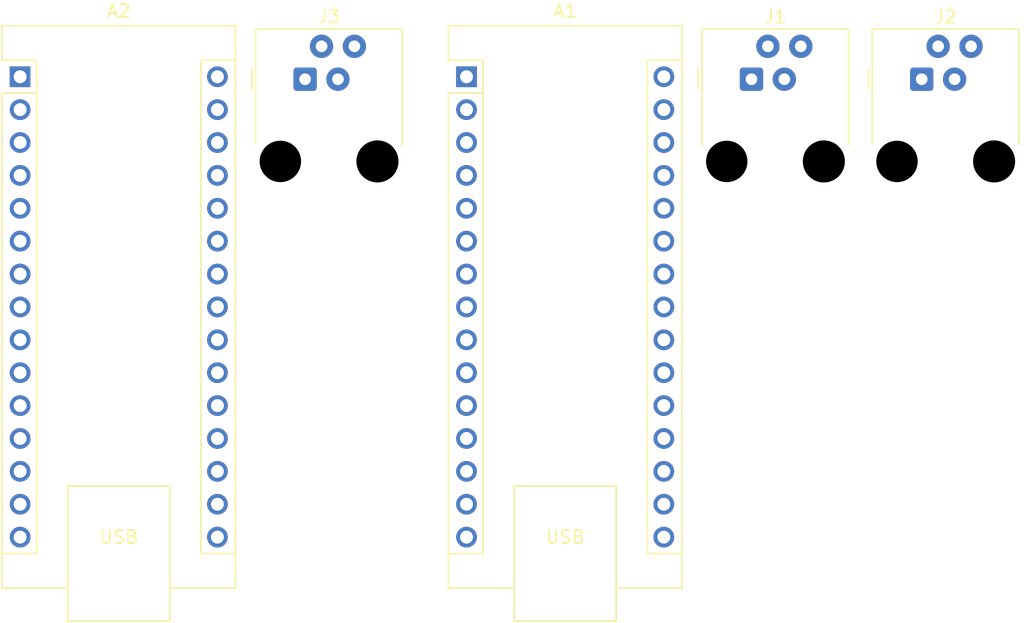
<source format=kicad_pcb>
(kicad_pcb (version 20241229) (generator "pcbnew") (generator_version "9.0")
  (layers (0 "F.Cu" signal) (2 "B.Cu" signal) (13 "F.Paste" user) (15 "B.Paste" user) (5 "F.SilkS" user "F.Silkscreen") (7 "B.SilkS" user "B.Silkscreen") (1 "F.Mask" user) (3 "B.Mask" user) (25 "Edge.Cuts" user))
  (net 0 "")
  (net 3 "/Main Board/TX2")
  (net 7 "/Coarse Motor Control/TX")
  (net 23 "/Coarse Motor Control/RX")
  (net 24 "/Main Board/RX2")
  (net 31 "/Coarse Motor Control/RIGHT")
  (net 34 "GND")
  (net 37 "/Coarse Motor Control/SELECT")
  (net 43 "/Coarse Motor Control/LEFT")
  (net 46 "/Coarse Motor Control/DOWN")
  (net 47 "+5V")
  (net 55 "/Coarse Motor Control/UP")
  (footprint "Module:Arduino_Nano" (layer "F.Cu") (at 146.16 78.84)
    (property "Reference" "A1" (at 7.62 -5.08 0) (layer "F.SilkS"))
    (property "Value" "Arduino_Nano_v3.x")
    (fp_line (start -1.4 -3.94) (end -1.4 -1.27) (stroke (width 0.12)) (layer "F.SilkS"))
    (fp_line (start -1.4 1.27) (end -1.4 39.5) (stroke (width 0.12)) (layer "F.SilkS"))
    (fp_line (start -1.4 39.5) (end 3.68 39.5) (stroke (width 0.12)) (layer "F.SilkS"))
    (fp_line (start 1.27 -1.27) (end -1.4 -1.27) (stroke (width 0.12)) (layer "F.SilkS"))
    (fp_line (start 1.27 1.27) (end -1.4 1.27) (stroke (width 0.12)) (layer "F.SilkS"))
    (fp_line (start 1.27 1.27) (end 1.27 -1.27) (stroke (width 0.12)) (layer "F.SilkS"))
    (fp_line (start 1.27 1.27) (end 1.27 36.83) (stroke (width 0.12)) (layer "F.SilkS"))
    (fp_line (start 1.27 36.83) (end -1.4 36.83) (stroke (width 0.12)) (layer "F.SilkS"))
    (fp_line (start 3.68 31.62) (end 11.56 31.62) (stroke (width 0.12)) (layer "F.SilkS"))
    (fp_line (start 3.68 42.04) (end 3.68 31.62) (stroke (width 0.12)) (layer "F.SilkS"))
    (fp_line (start 11.56 31.62) (end 11.56 42.04) (stroke (width 0.12)) (layer "F.SilkS"))
    (fp_line (start 11.56 42.04) (end 3.68 42.04) (stroke (width 0.12)) (layer "F.SilkS"))
    (fp_line (start 13.97 -1.27) (end 13.97 36.83) (stroke (width 0.12)) (layer "F.SilkS"))
    (fp_line (start 13.97 -1.27) (end 16.64 -1.27) (stroke (width 0.12)) (layer "F.SilkS"))
    (fp_line (start 13.97 36.83) (end 16.64 36.83) (stroke (width 0.12)) (layer "F.SilkS"))
    (fp_line (start 16.64 -3.94) (end -1.4 -3.94) (stroke (width 0.12)) (layer "F.SilkS"))
    (fp_line (start 16.64 39.5) (end 11.56 39.5) (stroke (width 0.12)) (layer "F.SilkS"))
    (fp_line (start 16.64 39.5) (end 16.64 -3.94) (stroke (width 0.12)) (layer "F.SilkS"))
    (fp_text user "USB" (at 7.62 35.56 0) (layer "F.SilkS"))
    (pad "1" thru_hole rect (at 0 0) (size 1.6 1.6) (drill 1) (layers "*.Cu" "*.Mask"))
    (pad "2" thru_hole oval (at 0 2.54) (size 1.6 1.6) (drill 1) (layers "*.Cu" "*.Mask"))
    (pad "3" thru_hole oval (at 0 5.08) (size 1.6 1.6) (drill 1) (layers "*.Cu" "*.Mask"))
    (pad "4" thru_hole oval (at 0 7.62) (size 1.6 1.6) (drill 1) (layers "*.Cu" "*.Mask"))
    (pad "5" thru_hole oval (at 0 10.16) (size 1.6 1.6) (drill 1) (layers "*.Cu" "*.Mask"))
    (pad "6" thru_hole oval (at 0 12.7) (size 1.6 1.6) (drill 1) (layers "*.Cu" "*.Mask"))
    (pad "7" thru_hole oval (at 0 15.24) (size 1.6 1.6) (drill 1) (layers "*.Cu" "*.Mask") (net 7 "/Coarse Motor Control/TX"))
    (pad "8" thru_hole oval (at 0 17.78) (size 1.6 1.6) (drill 1) (layers "*.Cu" "*.Mask") (net 23 "/Coarse Motor Control/RX"))
    (pad "9" thru_hole oval (at 0 20.32) (size 1.6 1.6) (drill 1) (layers "*.Cu" "*.Mask") (net 24 "/Main Board/RX2"))
    (pad "10" thru_hole oval (at 0 22.86) (size 1.6 1.6) (drill 1) (layers "*.Cu" "*.Mask") (net 3 "/Main Board/TX2"))
    (pad "11" thru_hole oval (at 0 25.4) (size 1.6 1.6) (drill 1) (layers "*.Cu" "*.Mask"))
    (pad "12" thru_hole oval (at 0 27.94) (size 1.6 1.6) (drill 1) (layers "*.Cu" "*.Mask"))
    (pad "13" thru_hole oval (at 0 30.48) (size 1.6 1.6) (drill 1) (layers "*.Cu" "*.Mask"))
    (pad "14" thru_hole oval (at 0 33.02) (size 1.6 1.6) (drill 1) (layers "*.Cu" "*.Mask"))
    (pad "15" thru_hole oval (at 0 35.56) (size 1.6 1.6) (drill 1) (layers "*.Cu" "*.Mask"))
    (pad "16" thru_hole oval (at 15.24 35.56) (size 1.6 1.6) (drill 1) (layers "*.Cu" "*.Mask"))
    (pad "17" thru_hole oval (at 15.24 33.02) (size 1.6 1.6) (drill 1) (layers "*.Cu" "*.Mask"))
    (pad "18" thru_hole oval (at 15.24 30.48) (size 1.6 1.6) (drill 1) (layers "*.Cu" "*.Mask"))
    (pad "19" thru_hole oval (at 15.24 27.94) (size 1.6 1.6) (drill 1) (layers "*.Cu" "*.Mask"))
    (pad "20" thru_hole oval (at 15.24 25.4) (size 1.6 1.6) (drill 1) (layers "*.Cu" "*.Mask"))
    (pad "21" thru_hole oval (at 15.24 22.86) (size 1.6 1.6) (drill 1) (layers "*.Cu" "*.Mask"))
    (pad "22" thru_hole oval (at 15.24 20.32) (size 1.6 1.6) (drill 1) (layers "*.Cu" "*.Mask"))
    (pad "23" thru_hole oval (at 15.24 17.78) (size 1.6 1.6) (drill 1) (layers "*.Cu" "*.Mask"))
    (pad "24" thru_hole oval (at 15.24 15.24) (size 1.6 1.6) (drill 1) (layers "*.Cu" "*.Mask"))
    (pad "25" thru_hole oval (at 15.24 12.7) (size 1.6 1.6) (drill 1) (layers "*.Cu" "*.Mask"))
    (pad "26" thru_hole oval (at 15.24 10.16) (size 1.6 1.6) (drill 1) (layers "*.Cu" "*.Mask"))
    (pad "27" thru_hole oval (at 15.24 7.62) (size 1.6 1.6) (drill 1) (layers "*.Cu" "*.Mask"))
    (pad "28" thru_hole oval (at 15.24 5.08) (size 1.6 1.6) (drill 1) (layers "*.Cu" "*.Mask"))
    (pad "29" thru_hole oval (at 15.24 2.54) (size 1.6 1.6) (drill 1) (layers "*.Cu" "*.Mask"))
    (pad "30" thru_hole oval (at 15.24 0) (size 1.6 1.6) (drill 1) (layers "*.Cu" "*.Mask"))
  )
  (footprint "Connector_RJ:RJ9_Evercom_5301-440xxx_Horizontal" (layer "F.Cu") (at 133.69 79.03)
    (property "Reference" "J3" (at 1.84 -4.826 0) (layer "F.SilkS"))
    (property "Value" "RJ9")
    (fp_line (start -4.11 0.765) (end -4.11 -0.765) (stroke (width 0.12)) (layer "F.SilkS"))
    (fp_line (start -3.82 -3.86) (end 7.5 -3.86) (stroke (width 0.12)) (layer "F.SilkS"))
    (fp_line (start -3.82 5.05) (end -3.82 -3.86) (stroke (width 0.12)) (layer "F.SilkS"))
    (fp_line (start 7.5 -3.86) (end 7.5 5.05) (stroke (width 0.12)) (layer "F.SilkS"))
    (pad "" np_thru_hole circle (at -1.91 6.35) (size 3.25 3.25) (drill 3.2) (layers "*.Mask"))
    (pad "" np_thru_hole circle (at 5.59 6.35) (size 3.25 3.25) (drill 3.25) (layers "*.Mask"))
    (pad "1" thru_hole roundrect (at 0 0) (size 1.8 1.8) (drill 0.9) (layers "*.Cu" "*.Mask") (roundrect_rratio 0.1388888889) (net 34 "GND"))
    (pad "2" thru_hole circle (at 1.27 -2.54) (size 1.8 1.8) (drill 0.9) (layers "*.Cu" "*.Mask") (net 23 "/Coarse Motor Control/RX"))
    (pad "3" thru_hole circle (at 2.54 0) (size 1.8 1.8) (drill 0.9) (layers "*.Cu" "*.Mask") (net 7 "/Coarse Motor Control/TX"))
    (pad "4" thru_hole circle (at 3.81 -2.54) (size 1.8 1.8) (drill 0.9) (layers "*.Cu" "*.Mask") (net 47 "+5V"))
  )
  (footprint "Connector_RJ:RJ9_Evercom_5301-440xxx_Horizontal" (layer "F.Cu") (at 181.32 79.03)
    (property "Reference" "J2" (at 1.84 -4.826 0) (layer "F.SilkS"))
    (property "Value" "Input device 1")
    (fp_line (start -4.11 0.765) (end -4.11 -0.765) (stroke (width 0.12)) (layer "F.SilkS"))
    (fp_line (start -3.82 -3.86) (end 7.5 -3.86) (stroke (width 0.12)) (layer "F.SilkS"))
    (fp_line (start -3.82 5.05) (end -3.82 -3.86) (stroke (width 0.12)) (layer "F.SilkS"))
    (fp_line (start 7.5 -3.86) (end 7.5 5.05) (stroke (width 0.12)) (layer "F.SilkS"))
    (pad "" np_thru_hole circle (at -1.91 6.35) (size 3.25 3.25) (drill 3.2) (layers "*.Mask"))
    (pad "" np_thru_hole circle (at 5.59 6.35) (size 3.25 3.25) (drill 3.25) (layers "*.Mask"))
    (pad "1" thru_hole roundrect (at 0 0) (size 1.8 1.8) (drill 0.9) (layers "*.Cu" "*.Mask") (roundrect_rratio 0.1388888889) (net 34 "GND"))
    (pad "2" thru_hole circle (at 1.27 -2.54) (size 1.8 1.8) (drill 0.9) (layers "*.Cu" "*.Mask") (net 3 "/Main Board/TX2"))
    (pad "3" thru_hole circle (at 2.54 0) (size 1.8 1.8) (drill 0.9) (layers "*.Cu" "*.Mask") (net 24 "/Main Board/RX2"))
    (pad "4" thru_hole circle (at 3.81 -2.54) (size 1.8 1.8) (drill 0.9) (layers "*.Cu" "*.Mask") (net 47 "+5V"))
  )
  (footprint "Module:Arduino_Nano" (layer "F.Cu") (at 111.68 78.84)
    (property "Reference" "A2" (at 7.62 -5.08 0) (layer "F.SilkS"))
    (property "Value" "Arduino_Nano_v3.x")
    (fp_line (start -1.4 -3.94) (end -1.4 -1.27) (stroke (width 0.12)) (layer "F.SilkS"))
    (fp_line (start -1.4 1.27) (end -1.4 39.5) (stroke (width 0.12)) (layer "F.SilkS"))
    (fp_line (start -1.4 39.5) (end 3.68 39.5) (stroke (width 0.12)) (layer "F.SilkS"))
    (fp_line (start 1.27 -1.27) (end -1.4 -1.27) (stroke (width 0.12)) (layer "F.SilkS"))
    (fp_line (start 1.27 1.27) (end -1.4 1.27) (stroke (width 0.12)) (layer "F.SilkS"))
    (fp_line (start 1.27 1.27) (end 1.27 -1.27) (stroke (width 0.12)) (layer "F.SilkS"))
    (fp_line (start 1.27 1.27) (end 1.27 36.83) (stroke (width 0.12)) (layer "F.SilkS"))
    (fp_line (start 1.27 36.83) (end -1.4 36.83) (stroke (width 0.12)) (layer "F.SilkS"))
    (fp_line (start 3.68 31.62) (end 11.56 31.62) (stroke (width 0.12)) (layer "F.SilkS"))
    (fp_line (start 3.68 42.04) (end 3.68 31.62) (stroke (width 0.12)) (layer "F.SilkS"))
    (fp_line (start 11.56 31.62) (end 11.56 42.04) (stroke (width 0.12)) (layer "F.SilkS"))
    (fp_line (start 11.56 42.04) (end 3.68 42.04) (stroke (width 0.12)) (layer "F.SilkS"))
    (fp_line (start 13.97 -1.27) (end 13.97 36.83) (stroke (width 0.12)) (layer "F.SilkS"))
    (fp_line (start 13.97 -1.27) (end 16.64 -1.27) (stroke (width 0.12)) (layer "F.SilkS"))
    (fp_line (start 13.97 36.83) (end 16.64 36.83) (stroke (width 0.12)) (layer "F.SilkS"))
    (fp_line (start 16.64 -3.94) (end -1.4 -3.94) (stroke (width 0.12)) (layer "F.SilkS"))
    (fp_line (start 16.64 39.5) (end 11.56 39.5) (stroke (width 0.12)) (layer "F.SilkS"))
    (fp_line (start 16.64 39.5) (end 16.64 -3.94) (stroke (width 0.12)) (layer "F.SilkS"))
    (fp_text user "USB" (at 7.62 35.56 0) (layer "F.SilkS"))
    (pad "1" thru_hole rect (at 0 0) (size 1.6 1.6) (drill 1) (layers "*.Cu" "*.Mask"))
    (pad "2" thru_hole oval (at 0 2.54) (size 1.6 1.6) (drill 1) (layers "*.Cu" "*.Mask"))
    (pad "3" thru_hole oval (at 0 5.08) (size 1.6 1.6) (drill 1) (layers "*.Cu" "*.Mask"))
    (pad "4" thru_hole oval (at 0 7.62) (size 1.6 1.6) (drill 1) (layers "*.Cu" "*.Mask") (net 34 "GND"))
    (pad "5" thru_hole oval (at 0 10.16) (size 1.6 1.6) (drill 1) (layers "*.Cu" "*.Mask"))
    (pad "6" thru_hole oval (at 0 12.7) (size 1.6 1.6) (drill 1) (layers "*.Cu" "*.Mask"))
    (pad "7" thru_hole oval (at 0 15.24) (size 1.6 1.6) (drill 1) (layers "*.Cu" "*.Mask") (net 7 "/Coarse Motor Control/TX"))
    (pad "8" thru_hole oval (at 0 17.78) (size 1.6 1.6) (drill 1) (layers "*.Cu" "*.Mask") (net 23 "/Coarse Motor Control/RX"))
    (pad "9" thru_hole oval (at 0 20.32) (size 1.6 1.6) (drill 1) (layers "*.Cu" "*.Mask"))
    (pad "10" thru_hole oval (at 0 22.86) (size 1.6 1.6) (drill 1) (layers "*.Cu" "*.Mask"))
    (pad "11" thru_hole oval (at 0 25.4) (size 1.6 1.6) (drill 1) (layers "*.Cu" "*.Mask") (net 55 "/Coarse Motor Control/UP"))
    (pad "12" thru_hole oval (at 0 27.94) (size 1.6 1.6) (drill 1) (layers "*.Cu" "*.Mask") (net 46 "/Coarse Motor Control/DOWN"))
    (pad "13" thru_hole oval (at 0 30.48) (size 1.6 1.6) (drill 1) (layers "*.Cu" "*.Mask") (net 43 "/Coarse Motor Control/LEFT"))
    (pad "14" thru_hole oval (at 0 33.02) (size 1.6 1.6) (drill 1) (layers "*.Cu" "*.Mask") (net 31 "/Coarse Motor Control/RIGHT"))
    (pad "15" thru_hole oval (at 0 35.56) (size 1.6 1.6) (drill 1) (layers "*.Cu" "*.Mask") (net 37 "/Coarse Motor Control/SELECT"))
    (pad "16" thru_hole oval (at 15.24 35.56) (size 1.6 1.6) (drill 1) (layers "*.Cu" "*.Mask"))
    (pad "17" thru_hole oval (at 15.24 33.02) (size 1.6 1.6) (drill 1) (layers "*.Cu" "*.Mask"))
    (pad "18" thru_hole oval (at 15.24 30.48) (size 1.6 1.6) (drill 1) (layers "*.Cu" "*.Mask"))
    (pad "19" thru_hole oval (at 15.24 27.94) (size 1.6 1.6) (drill 1) (layers "*.Cu" "*.Mask"))
    (pad "20" thru_hole oval (at 15.24 25.4) (size 1.6 1.6) (drill 1) (layers "*.Cu" "*.Mask"))
    (pad "21" thru_hole oval (at 15.24 22.86) (size 1.6 1.6) (drill 1) (layers "*.Cu" "*.Mask"))
    (pad "22" thru_hole oval (at 15.24 20.32) (size 1.6 1.6) (drill 1) (layers "*.Cu" "*.Mask"))
    (pad "23" thru_hole oval (at 15.24 17.78) (size 1.6 1.6) (drill 1) (layers "*.Cu" "*.Mask"))
    (pad "24" thru_hole oval (at 15.24 15.24) (size 1.6 1.6) (drill 1) (layers "*.Cu" "*.Mask"))
    (pad "25" thru_hole oval (at 15.24 12.7) (size 1.6 1.6) (drill 1) (layers "*.Cu" "*.Mask"))
    (pad "26" thru_hole oval (at 15.24 10.16) (size 1.6 1.6) (drill 1) (layers "*.Cu" "*.Mask"))
    (pad "27" thru_hole oval (at 15.24 7.62) (size 1.6 1.6) (drill 1) (layers "*.Cu" "*.Mask"))
    (pad "28" thru_hole oval (at 15.24 5.08) (size 1.6 1.6) (drill 1) (layers "*.Cu" "*.Mask"))
    (pad "29" thru_hole oval (at 15.24 2.54) (size 1.6 1.6) (drill 1) (layers "*.Cu" "*.Mask") (net 34 "GND"))
    (pad "30" thru_hole oval (at 15.24 0) (size 1.6 1.6) (drill 1) (layers "*.Cu" "*.Mask") (net 47 "+5V"))
  )
  (footprint "Connector_RJ:RJ9_Evercom_5301-440xxx_Horizontal" (layer "F.Cu") (at 168.17 79.03)
    (property "Reference" "J1" (at 1.84 -4.826 0) (layer "F.SilkS"))
    (property "Value" "Input device 1")
    (fp_line (start -4.11 0.765) (end -4.11 -0.765) (stroke (width 0.12)) (layer "F.SilkS"))
    (fp_line (start -3.82 -3.86) (end 7.5 -3.86) (stroke (width 0.12)) (layer "F.SilkS"))
    (fp_line (start -3.82 5.05) (end -3.82 -3.86) (stroke (width 0.12)) (layer "F.SilkS"))
    (fp_line (start 7.5 -3.86) (end 7.5 5.05) (stroke (width 0.12)) (layer "F.SilkS"))
    (pad "" np_thru_hole circle (at -1.91 6.35) (size 3.25 3.25) (drill 3.2) (layers "*.Mask"))
    (pad "" np_thru_hole circle (at 5.59 6.35) (size 3.25 3.25) (drill 3.25) (layers "*.Mask"))
    (pad "1" thru_hole roundrect (at 0 0) (size 1.8 1.8) (drill 0.9) (layers "*.Cu" "*.Mask") (roundrect_rratio 0.1388888889) (net 34 "GND"))
    (pad "2" thru_hole circle (at 1.27 -2.54) (size 1.8 1.8) (drill 0.9) (layers "*.Cu" "*.Mask") (net 23 "/Coarse Motor Control/RX"))
    (pad "3" thru_hole circle (at 2.54 0) (size 1.8 1.8) (drill 0.9) (layers "*.Cu" "*.Mask") (net 7 "/Coarse Motor Control/TX"))
    (pad "4" thru_hole circle (at 3.81 -2.54) (size 1.8 1.8) (drill 0.9) (layers "*.Cu" "*.Mask") (net 47 "+5V"))
  )
)
</source>
